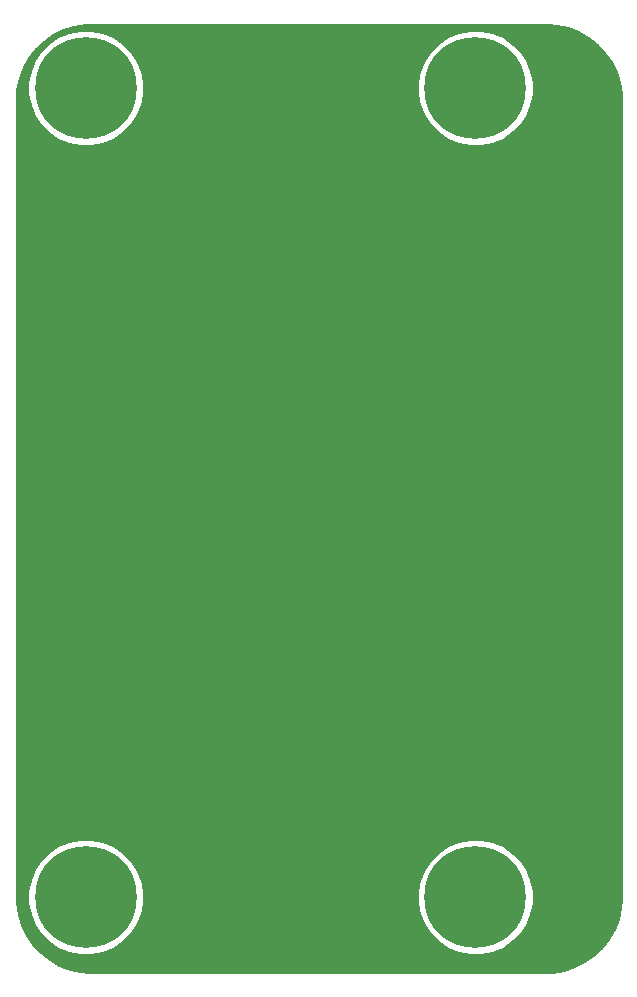
<source format=gbr>
%TF.GenerationSoftware,KiCad,Pcbnew,(5.1.6)-1*%
%TF.CreationDate,2020-10-09T05:29:33-04:00*%
%TF.ProjectId,RFID_PROJECT_3-WAY-SPLITTER,52464944-5f50-4524-9f4a-4543545f332d,B*%
%TF.SameCoordinates,Original*%
%TF.FileFunction,Copper,L2,Inr*%
%TF.FilePolarity,Positive*%
%FSLAX46Y46*%
G04 Gerber Fmt 4.6, Leading zero omitted, Abs format (unit mm)*
G04 Created by KiCad (PCBNEW (5.1.6)-1) date 2020-10-09 05:29:33*
%MOMM*%
%LPD*%
G01*
G04 APERTURE LIST*
%TA.AperFunction,ViaPad*%
%ADD10C,0.900000*%
%TD*%
%TA.AperFunction,ViaPad*%
%ADD11C,8.600000*%
%TD*%
%TA.AperFunction,ViaPad*%
%ADD12C,1.000000*%
%TD*%
%TA.AperFunction,Conductor*%
%ADD13C,0.254000*%
%TD*%
G04 APERTURE END LIST*
D10*
%TO.N,N/C*%
%TO.C,H4*%
X163280419Y-114219581D03*
X161000000Y-113275000D03*
X158719581Y-114219581D03*
X157775000Y-116500000D03*
X158719581Y-118780419D03*
X161000000Y-119725000D03*
X163280419Y-118780419D03*
X164225000Y-116500000D03*
D11*
X161000000Y-116500000D03*
%TD*%
D10*
%TO.N,N/C*%
%TO.C,H3*%
X130280419Y-114219581D03*
X128000000Y-113275000D03*
X125719581Y-114219581D03*
X124775000Y-116500000D03*
X125719581Y-118780419D03*
X128000000Y-119725000D03*
X130280419Y-118780419D03*
X131225000Y-116500000D03*
D11*
X128000000Y-116500000D03*
%TD*%
D10*
%TO.N,N/C*%
%TO.C,H2*%
X163280419Y-45719581D03*
X161000000Y-44775000D03*
X158719581Y-45719581D03*
X157775000Y-48000000D03*
X158719581Y-50280419D03*
X161000000Y-51225000D03*
X163280419Y-50280419D03*
X164225000Y-48000000D03*
D11*
X161000000Y-48000000D03*
%TD*%
D10*
%TO.N,N/C*%
%TO.C,H1*%
X130280419Y-45719581D03*
X128000000Y-44775000D03*
X125719581Y-45719581D03*
X124775000Y-48000000D03*
X125719581Y-50280419D03*
X128000000Y-51225000D03*
X130280419Y-50280419D03*
X131225000Y-48000000D03*
D11*
X128000000Y-48000000D03*
%TD*%
D12*
%TO.N,GND*%
X133000000Y-53500000D03*
X156000000Y-53500000D03*
X155000000Y-111500000D03*
X133000000Y-111500000D03*
%TD*%
D13*
%TO.N,GND*%
G36*
X128365717Y-42675088D02*
G01*
X128466353Y-42685000D01*
X167033647Y-42685000D01*
X167134283Y-42675088D01*
X167142993Y-42672446D01*
X167936842Y-42731439D01*
X168853106Y-42938769D01*
X169728657Y-43279252D01*
X170544265Y-43745410D01*
X171282014Y-44327005D01*
X171925689Y-45011251D01*
X172461160Y-45783129D01*
X172876659Y-46625677D01*
X173163054Y-47520376D01*
X173315689Y-48457579D01*
X173332427Y-48840946D01*
X173324912Y-48865718D01*
X173315000Y-48966354D01*
X173315001Y-116533647D01*
X173324913Y-116634283D01*
X173327554Y-116642990D01*
X173268561Y-117436841D01*
X173061231Y-118353106D01*
X172720748Y-119228657D01*
X172254590Y-120044265D01*
X171672995Y-120782014D01*
X170988749Y-121425689D01*
X170216871Y-121961160D01*
X169374323Y-122376659D01*
X168479624Y-122663054D01*
X167542414Y-122815689D01*
X167159055Y-122832427D01*
X167134283Y-122824912D01*
X167033647Y-122815000D01*
X128466353Y-122815000D01*
X128365717Y-122824912D01*
X128357007Y-122827554D01*
X127563159Y-122768561D01*
X126646894Y-122561231D01*
X125771343Y-122220748D01*
X124955735Y-121754590D01*
X124217986Y-121172995D01*
X123574311Y-120488749D01*
X123038840Y-119716871D01*
X122623341Y-118874323D01*
X122336946Y-117979624D01*
X122184311Y-117042414D01*
X122167573Y-116659055D01*
X122175088Y-116634283D01*
X122185000Y-116533647D01*
X122185000Y-116013945D01*
X123065000Y-116013945D01*
X123065000Y-116986055D01*
X123254650Y-117939486D01*
X123626660Y-118837599D01*
X124166735Y-119645879D01*
X124854121Y-120333265D01*
X125662401Y-120873340D01*
X126560514Y-121245350D01*
X127513945Y-121435000D01*
X128486055Y-121435000D01*
X129439486Y-121245350D01*
X130337599Y-120873340D01*
X131145879Y-120333265D01*
X131833265Y-119645879D01*
X132373340Y-118837599D01*
X132745350Y-117939486D01*
X132935000Y-116986055D01*
X132935000Y-116013945D01*
X156065000Y-116013945D01*
X156065000Y-116986055D01*
X156254650Y-117939486D01*
X156626660Y-118837599D01*
X157166735Y-119645879D01*
X157854121Y-120333265D01*
X158662401Y-120873340D01*
X159560514Y-121245350D01*
X160513945Y-121435000D01*
X161486055Y-121435000D01*
X162439486Y-121245350D01*
X163337599Y-120873340D01*
X164145879Y-120333265D01*
X164833265Y-119645879D01*
X165373340Y-118837599D01*
X165745350Y-117939486D01*
X165935000Y-116986055D01*
X165935000Y-116013945D01*
X165745350Y-115060514D01*
X165373340Y-114162401D01*
X164833265Y-113354121D01*
X164145879Y-112666735D01*
X163337599Y-112126660D01*
X162439486Y-111754650D01*
X161486055Y-111565000D01*
X160513945Y-111565000D01*
X159560514Y-111754650D01*
X158662401Y-112126660D01*
X157854121Y-112666735D01*
X157166735Y-113354121D01*
X156626660Y-114162401D01*
X156254650Y-115060514D01*
X156065000Y-116013945D01*
X132935000Y-116013945D01*
X132745350Y-115060514D01*
X132373340Y-114162401D01*
X131833265Y-113354121D01*
X131145879Y-112666735D01*
X130337599Y-112126660D01*
X129439486Y-111754650D01*
X128486055Y-111565000D01*
X127513945Y-111565000D01*
X126560514Y-111754650D01*
X125662401Y-112126660D01*
X124854121Y-112666735D01*
X124166735Y-113354121D01*
X123626660Y-114162401D01*
X123254650Y-115060514D01*
X123065000Y-116013945D01*
X122185000Y-116013945D01*
X122185000Y-48966353D01*
X122175088Y-48865717D01*
X122172446Y-48857007D01*
X122231439Y-48063158D01*
X122355713Y-47513945D01*
X123065000Y-47513945D01*
X123065000Y-48486055D01*
X123254650Y-49439486D01*
X123626660Y-50337599D01*
X124166735Y-51145879D01*
X124854121Y-51833265D01*
X125662401Y-52373340D01*
X126560514Y-52745350D01*
X127513945Y-52935000D01*
X128486055Y-52935000D01*
X129439486Y-52745350D01*
X130337599Y-52373340D01*
X131145879Y-51833265D01*
X131833265Y-51145879D01*
X132373340Y-50337599D01*
X132745350Y-49439486D01*
X132935000Y-48486055D01*
X132935000Y-47513945D01*
X156065000Y-47513945D01*
X156065000Y-48486055D01*
X156254650Y-49439486D01*
X156626660Y-50337599D01*
X157166735Y-51145879D01*
X157854121Y-51833265D01*
X158662401Y-52373340D01*
X159560514Y-52745350D01*
X160513945Y-52935000D01*
X161486055Y-52935000D01*
X162439486Y-52745350D01*
X163337599Y-52373340D01*
X164145879Y-51833265D01*
X164833265Y-51145879D01*
X165373340Y-50337599D01*
X165745350Y-49439486D01*
X165935000Y-48486055D01*
X165935000Y-47513945D01*
X165745350Y-46560514D01*
X165373340Y-45662401D01*
X164833265Y-44854121D01*
X164145879Y-44166735D01*
X163337599Y-43626660D01*
X162439486Y-43254650D01*
X161486055Y-43065000D01*
X160513945Y-43065000D01*
X159560514Y-43254650D01*
X158662401Y-43626660D01*
X157854121Y-44166735D01*
X157166735Y-44854121D01*
X156626660Y-45662401D01*
X156254650Y-46560514D01*
X156065000Y-47513945D01*
X132935000Y-47513945D01*
X132745350Y-46560514D01*
X132373340Y-45662401D01*
X131833265Y-44854121D01*
X131145879Y-44166735D01*
X130337599Y-43626660D01*
X129439486Y-43254650D01*
X128486055Y-43065000D01*
X127513945Y-43065000D01*
X126560514Y-43254650D01*
X125662401Y-43626660D01*
X124854121Y-44166735D01*
X124166735Y-44854121D01*
X123626660Y-45662401D01*
X123254650Y-46560514D01*
X123065000Y-47513945D01*
X122355713Y-47513945D01*
X122438769Y-47146894D01*
X122779252Y-46271343D01*
X123245410Y-45455735D01*
X123827005Y-44717986D01*
X124511251Y-44074311D01*
X125283129Y-43538840D01*
X126125677Y-43123341D01*
X127020376Y-42836946D01*
X127957579Y-42684311D01*
X128340945Y-42667573D01*
X128365717Y-42675088D01*
G37*
X128365717Y-42675088D02*
X128466353Y-42685000D01*
X167033647Y-42685000D01*
X167134283Y-42675088D01*
X167142993Y-42672446D01*
X167936842Y-42731439D01*
X168853106Y-42938769D01*
X169728657Y-43279252D01*
X170544265Y-43745410D01*
X171282014Y-44327005D01*
X171925689Y-45011251D01*
X172461160Y-45783129D01*
X172876659Y-46625677D01*
X173163054Y-47520376D01*
X173315689Y-48457579D01*
X173332427Y-48840946D01*
X173324912Y-48865718D01*
X173315000Y-48966354D01*
X173315001Y-116533647D01*
X173324913Y-116634283D01*
X173327554Y-116642990D01*
X173268561Y-117436841D01*
X173061231Y-118353106D01*
X172720748Y-119228657D01*
X172254590Y-120044265D01*
X171672995Y-120782014D01*
X170988749Y-121425689D01*
X170216871Y-121961160D01*
X169374323Y-122376659D01*
X168479624Y-122663054D01*
X167542414Y-122815689D01*
X167159055Y-122832427D01*
X167134283Y-122824912D01*
X167033647Y-122815000D01*
X128466353Y-122815000D01*
X128365717Y-122824912D01*
X128357007Y-122827554D01*
X127563159Y-122768561D01*
X126646894Y-122561231D01*
X125771343Y-122220748D01*
X124955735Y-121754590D01*
X124217986Y-121172995D01*
X123574311Y-120488749D01*
X123038840Y-119716871D01*
X122623341Y-118874323D01*
X122336946Y-117979624D01*
X122184311Y-117042414D01*
X122167573Y-116659055D01*
X122175088Y-116634283D01*
X122185000Y-116533647D01*
X122185000Y-116013945D01*
X123065000Y-116013945D01*
X123065000Y-116986055D01*
X123254650Y-117939486D01*
X123626660Y-118837599D01*
X124166735Y-119645879D01*
X124854121Y-120333265D01*
X125662401Y-120873340D01*
X126560514Y-121245350D01*
X127513945Y-121435000D01*
X128486055Y-121435000D01*
X129439486Y-121245350D01*
X130337599Y-120873340D01*
X131145879Y-120333265D01*
X131833265Y-119645879D01*
X132373340Y-118837599D01*
X132745350Y-117939486D01*
X132935000Y-116986055D01*
X132935000Y-116013945D01*
X156065000Y-116013945D01*
X156065000Y-116986055D01*
X156254650Y-117939486D01*
X156626660Y-118837599D01*
X157166735Y-119645879D01*
X157854121Y-120333265D01*
X158662401Y-120873340D01*
X159560514Y-121245350D01*
X160513945Y-121435000D01*
X161486055Y-121435000D01*
X162439486Y-121245350D01*
X163337599Y-120873340D01*
X164145879Y-120333265D01*
X164833265Y-119645879D01*
X165373340Y-118837599D01*
X165745350Y-117939486D01*
X165935000Y-116986055D01*
X165935000Y-116013945D01*
X165745350Y-115060514D01*
X165373340Y-114162401D01*
X164833265Y-113354121D01*
X164145879Y-112666735D01*
X163337599Y-112126660D01*
X162439486Y-111754650D01*
X161486055Y-111565000D01*
X160513945Y-111565000D01*
X159560514Y-111754650D01*
X158662401Y-112126660D01*
X157854121Y-112666735D01*
X157166735Y-113354121D01*
X156626660Y-114162401D01*
X156254650Y-115060514D01*
X156065000Y-116013945D01*
X132935000Y-116013945D01*
X132745350Y-115060514D01*
X132373340Y-114162401D01*
X131833265Y-113354121D01*
X131145879Y-112666735D01*
X130337599Y-112126660D01*
X129439486Y-111754650D01*
X128486055Y-111565000D01*
X127513945Y-111565000D01*
X126560514Y-111754650D01*
X125662401Y-112126660D01*
X124854121Y-112666735D01*
X124166735Y-113354121D01*
X123626660Y-114162401D01*
X123254650Y-115060514D01*
X123065000Y-116013945D01*
X122185000Y-116013945D01*
X122185000Y-48966353D01*
X122175088Y-48865717D01*
X122172446Y-48857007D01*
X122231439Y-48063158D01*
X122355713Y-47513945D01*
X123065000Y-47513945D01*
X123065000Y-48486055D01*
X123254650Y-49439486D01*
X123626660Y-50337599D01*
X124166735Y-51145879D01*
X124854121Y-51833265D01*
X125662401Y-52373340D01*
X126560514Y-52745350D01*
X127513945Y-52935000D01*
X128486055Y-52935000D01*
X129439486Y-52745350D01*
X130337599Y-52373340D01*
X131145879Y-51833265D01*
X131833265Y-51145879D01*
X132373340Y-50337599D01*
X132745350Y-49439486D01*
X132935000Y-48486055D01*
X132935000Y-47513945D01*
X156065000Y-47513945D01*
X156065000Y-48486055D01*
X156254650Y-49439486D01*
X156626660Y-50337599D01*
X157166735Y-51145879D01*
X157854121Y-51833265D01*
X158662401Y-52373340D01*
X159560514Y-52745350D01*
X160513945Y-52935000D01*
X161486055Y-52935000D01*
X162439486Y-52745350D01*
X163337599Y-52373340D01*
X164145879Y-51833265D01*
X164833265Y-51145879D01*
X165373340Y-50337599D01*
X165745350Y-49439486D01*
X165935000Y-48486055D01*
X165935000Y-47513945D01*
X165745350Y-46560514D01*
X165373340Y-45662401D01*
X164833265Y-44854121D01*
X164145879Y-44166735D01*
X163337599Y-43626660D01*
X162439486Y-43254650D01*
X161486055Y-43065000D01*
X160513945Y-43065000D01*
X159560514Y-43254650D01*
X158662401Y-43626660D01*
X157854121Y-44166735D01*
X157166735Y-44854121D01*
X156626660Y-45662401D01*
X156254650Y-46560514D01*
X156065000Y-47513945D01*
X132935000Y-47513945D01*
X132745350Y-46560514D01*
X132373340Y-45662401D01*
X131833265Y-44854121D01*
X131145879Y-44166735D01*
X130337599Y-43626660D01*
X129439486Y-43254650D01*
X128486055Y-43065000D01*
X127513945Y-43065000D01*
X126560514Y-43254650D01*
X125662401Y-43626660D01*
X124854121Y-44166735D01*
X124166735Y-44854121D01*
X123626660Y-45662401D01*
X123254650Y-46560514D01*
X123065000Y-47513945D01*
X122355713Y-47513945D01*
X122438769Y-47146894D01*
X122779252Y-46271343D01*
X123245410Y-45455735D01*
X123827005Y-44717986D01*
X124511251Y-44074311D01*
X125283129Y-43538840D01*
X126125677Y-43123341D01*
X127020376Y-42836946D01*
X127957579Y-42684311D01*
X128340945Y-42667573D01*
X128365717Y-42675088D01*
%TD*%
M02*

</source>
